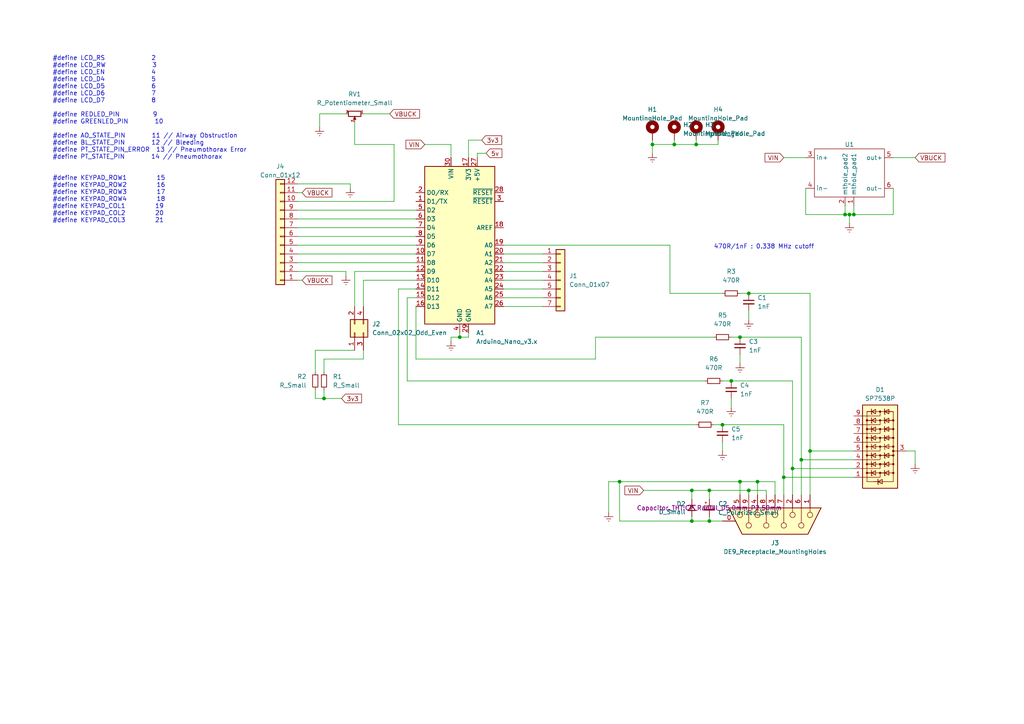
<source format=kicad_sch>
(kicad_sch (version 20230121) (generator eeschema)
  (paper "A4")
  (lib_symbols
    (symbol "Connector:DE9_Receptacle_MountingHoles" (pin_names (offset 1.016) hide)
      (property "Reference" "J" (at 0 16.51 0))
      (property "Value" "DE9_Receptacle_MountingHoles" (at 0 14.605 0))
      (symbol "DE9_Receptacle_MountingHoles_0_1"
        (circle (center -1.778 -10.16) (radius 0.762))
        (circle (center -1.778 -5.08) (radius 0.762))
        (circle (center -1.778 0) (radius 0.762))
        (circle (center -1.778 5.08) (radius 0.762))
        (circle (center -1.778 10.16) (radius 0.762))
        (polyline (pts (xy -3.81 -10.16) (xy -2.54 -10.16)))
        (polyline (pts (xy -3.81 -7.62) (xy 0.508 -7.62)))
        (polyline (pts (xy -3.81 -5.08) (xy -2.54 -5.08)))
        (polyline (pts (xy -3.81 -2.54) (xy 0.508 -2.54)))
        (polyline (pts (xy -3.81 0) (xy -2.54 0)))
        (polyline (pts (xy -3.81 2.54) (xy 0.508 2.54)))
        (polyline (pts (xy -3.81 5.08) (xy -2.54 5.08)))
        (polyline (pts (xy -3.81 7.62) (xy 0.508 7.62)))
        (polyline (pts (xy -3.81 10.16) (xy -2.54 10.16)))
        (polyline (pts (xy -3.81 13.335) (xy -3.81 -13.335) (xy 3.81 -9.525) (xy 3.81 9.525) (xy -3.81 13.335)) (stroke (width 0.254)) (fill (type background)))
        (circle (center 1.27 -7.62) (radius 0.762))
        (circle (center 1.27 -2.54) (radius 0.762))
        (circle (center 1.27 2.54) (radius 0.762))
        (circle (center 1.27 7.62) (radius 0.762))
      )
      (symbol "DE9_Receptacle_MountingHoles_1_1"
        (pin passive line (at 0 -15.24 90) (length 3.81) (name "PAD") (number "0"))
        (pin passive line (at -7.62 10.16 0) (length 3.81) (name "1") (number "1"))
        (pin passive line (at -7.62 5.08 0) (length 3.81) (name "2") (number "2"))
        (pin passive line (at -7.62 0 0) (length 3.81) (name "3") (number "3"))
        (pin passive line (at -7.62 -5.08 0) (length 3.81) (name "4") (number "4"))
        (pin passive line (at -7.62 -10.16 0) (length 3.81) (name "5") (number "5"))
        (pin passive line (at -7.62 7.62 0) (length 3.81) (name "6") (number "6"))
        (pin passive line (at -7.62 2.54 0) (length 3.81) (name "7") (number "7"))
        (pin passive line (at -7.62 -2.54 0) (length 3.81) (name "8") (number "8"))
        (pin passive line (at -7.62 -7.62 0) (length 3.81) (name "9") (number "9"))
      )
    )
    (symbol "Connector_Generic:Conn_01x07" (pin_names (offset 1.016) hide)
      (property "Reference" "J" (at 0 10.16 0))
      (property "Value" "Conn_01x07" (at 0 -10.16 0))
      (symbol "Conn_01x07_1_1"
        (rectangle (start -1.27 -7.493) (end 0 -7.747) (stroke (width 0.1524)))
        (rectangle (start -1.27 -4.953) (end 0 -5.207) (stroke (width 0.1524)))
        (rectangle (start -1.27 -2.413) (end 0 -2.667) (stroke (width 0.1524)))
        (rectangle (start -1.27 0.127) (end 0 -0.127) (stroke (width 0.1524)))
        (rectangle (start -1.27 2.667) (end 0 2.413) (stroke (width 0.1524)))
        (rectangle (start -1.27 5.207) (end 0 4.953) (stroke (width 0.1524)))
        (rectangle (start -1.27 7.747) (end 0 7.493) (stroke (width 0.1524)))
        (rectangle (start -1.27 8.89) (end 1.27 -8.89) (stroke (width 0.254)) (fill (type background)))
        (pin passive line (at -5.08 7.62 0) (length 3.81) (name "Pin_1") (number "1"))
        (pin passive line (at -5.08 5.08 0) (length 3.81) (name "Pin_2") (number "2"))
        (pin passive line (at -5.08 2.54 0) (length 3.81) (name "Pin_3") (number "3"))
        (pin passive line (at -5.08 0 0) (length 3.81) (name "Pin_4") (number "4"))
        (pin passive line (at -5.08 -2.54 0) (length 3.81) (name "Pin_5") (number "5"))
        (pin passive line (at -5.08 -5.08 0) (length 3.81) (name "Pin_6") (number "6"))
        (pin passive line (at -5.08 -7.62 0) (length 3.81) (name "Pin_7") (number "7"))
      )
    )
    (symbol "Connector_Generic:Conn_01x12" (pin_names (offset 1.016) hide)
      (property "Reference" "J" (at 0 15.24 0))
      (property "Value" "Conn_01x12" (at 0 -17.78 0))
      (symbol "Conn_01x12_1_1"
        (rectangle (start -1.27 -15.113) (end 0 -15.367) (stroke (width 0.1524)))
        (rectangle (start -1.27 -12.573) (end 0 -12.827) (stroke (width 0.1524)))
        (rectangle (start -1.27 -10.033) (end 0 -10.287) (stroke (width 0.1524)))
        (rectangle (start -1.27 -7.493) (end 0 -7.747) (stroke (width 0.1524)))
        (rectangle (start -1.27 -4.953) (end 0 -5.207) (stroke (width 0.1524)))
        (rectangle (start -1.27 -2.413) (end 0 -2.667) (stroke (width 0.1524)))
        (rectangle (start -1.27 0.127) (end 0 -0.127) (stroke (width 0.1524)))
        (rectangle (start -1.27 2.667) (end 0 2.413) (stroke (width 0.1524)))
        (rectangle (start -1.27 5.207) (end 0 4.953) (stroke (width 0.1524)))
        (rectangle (start -1.27 7.747) (end 0 7.493) (stroke (width 0.1524)))
        (rectangle (start -1.27 10.287) (end 0 10.033) (stroke (width 0.1524)))
        (rectangle (start -1.27 12.827) (end 0 12.573) (stroke (width 0.1524)))
        (rectangle (start -1.27 13.97) (end 1.27 -16.51) (stroke (width 0.254)) (fill (type background)))
        (pin passive line (at -5.08 12.7 0) (length 3.81) (name "Pin_1") (number "1"))
        (pin passive line (at -5.08 -10.16 0) (length 3.81) (name "Pin_10") (number "10"))
        (pin passive line (at -5.08 -12.7 0) (length 3.81) (name "Pin_11") (number "11"))
        (pin passive line (at -5.08 -15.24 0) (length 3.81) (name "Pin_12") (number "12"))
        (pin passive line (at -5.08 10.16 0) (length 3.81) (name "Pin_2") (number "2"))
        (pin passive line (at -5.08 7.62 0) (length 3.81) (name "Pin_3") (number "3"))
        (pin passive line (at -5.08 5.08 0) (length 3.81) (name "Pin_4") (number "4"))
        (pin passive line (at -5.08 2.54 0) (length 3.81) (name "Pin_5") (number "5"))
        (pin passive line (at -5.08 0 0) (length 3.81) (name "Pin_6") (number "6"))
        (pin passive line (at -5.08 -2.54 0) (length 3.81) (name "Pin_7") (number "7"))
        (pin passive line (at -5.08 -5.08 0) (length 3.81) (name "Pin_8") (number "8"))
        (pin passive line (at -5.08 -7.62 0) (length 3.81) (name "Pin_9") (number "9"))
      )
    )
    (symbol "Connector_Generic:Conn_02x02_Odd_Even" (pin_names (offset 1.016) hide)
      (property "Reference" "J" (at 1.27 2.54 0))
      (property "Value" "Conn_02x02_Odd_Even" (at 1.27 -5.08 0))
      (symbol "Conn_02x02_Odd_Even_1_1"
        (rectangle (start -1.27 -2.413) (end 0 -2.667) (stroke (width 0.1524)))
        (rectangle (start -1.27 0.127) (end 0 -0.127) (stroke (width 0.1524)))
        (rectangle (start -1.27 1.27) (end 3.81 -3.81) (stroke (width 0.254)) (fill (type background)))
        (rectangle (start 3.81 -2.413) (end 2.54 -2.667) (stroke (width 0.1524)))
        (rectangle (start 3.81 0.127) (end 2.54 -0.127) (stroke (width 0.1524)))
        (pin passive line (at -5.08 0 0) (length 3.81) (name "Pin_1") (number "1"))
        (pin passive line (at 7.62 0 180) (length 3.81) (name "Pin_2") (number "2"))
        (pin passive line (at -5.08 -2.54 0) (length 3.81) (name "Pin_3") (number "3"))
        (pin passive line (at 7.62 -2.54 180) (length 3.81) (name "Pin_4") (number "4"))
      )
    )
    (symbol "Device:C_Polarized_Small" (pin_numbers hide) (pin_names (offset 0.254) hide)
      (property "Reference" "C" (at 0.254 1.778 0))
      (property "Value" "C_Polarized_Small" (at 0.254 -2.032 0))
      (symbol "C_Polarized_Small_0_1"
        (rectangle (start -1.524 -0.3048) (end 1.524 -0.6858) (fill (type outline)))
        (rectangle (start -1.524 0.6858) (end 1.524 0.3048))
        (polyline (pts (xy -1.27 1.524) (xy -0.762 1.524)))
        (polyline (pts (xy -1.016 1.27) (xy -1.016 1.778)))
      )
      (symbol "C_Polarized_Small_1_1"
        (pin passive line (at 0 2.54 270) (length 1.8542) (name "~") (number "1"))
        (pin passive line (at 0 -2.54 90) (length 1.8542) (name "~") (number "2"))
      )
    )
    (symbol "Device:C_Small" (pin_numbers hide) (pin_names (offset 0.254) hide)
      (property "Reference" "C" (at 0.254 1.778 0))
      (property "Value" "C_Small" (at 0.254 -2.032 0))
      (symbol "C_Small_0_1"
        (polyline (pts (xy -1.524 -0.508) (xy 1.524 -0.508)) (stroke (width 0.3302)))
        (polyline (pts (xy -1.524 0.508) (xy 1.524 0.508)) (stroke (width 0.3048)))
      )
      (symbol "C_Small_1_1"
        (pin passive line (at 0 2.54 270) (length 2.032) (name "~") (number "1"))
        (pin passive line (at 0 -2.54 90) (length 2.032) (name "~") (number "2"))
      )
    )
    (symbol "Device:D_Small" (pin_numbers hide) (pin_names (offset 0.254) hide)
      (property "Reference" "D" (at -1.27 2.032 0))
      (property "Value" "D_Small" (at -3.81 -2.032 0))
      (symbol "D_Small_0_1"
        (polyline (pts (xy -0.762 -1.016) (xy -0.762 1.016)) (stroke (width 0.254)))
        (polyline (pts (xy -0.762 0) (xy 0.762 0)))
        (polyline (pts (xy 0.762 -1.016) (xy -0.762 0) (xy 0.762 1.016) (xy 0.762 -1.016)) (stroke (width 0.254)))
      )
      (symbol "D_Small_1_1"
        (pin passive line (at -2.54 0 0) (length 1.778) (name "K") (number "1"))
        (pin passive line (at 2.54 0 180) (length 1.778) (name "A") (number "2"))
      )
    )
    (symbol "Device:R_Potentiometer_Small" (pin_names (offset 1.016) hide)
      (property "Reference" "RV" (at -4.445 0 90))
      (property "Value" "R_Potentiometer_Small" (at -2.54 0 90))
      (symbol "R_Potentiometer_Small_0_1"
        (polyline (pts (xy 0.889 0) (xy 0.635 0) (xy 1.651 0.381) (xy 1.651 -0.381) (xy 0.635 0) (xy 0.889 0)) (fill (type outline)))
        (rectangle (start 0.762 1.8034) (end -0.762 -1.8034) (stroke (width 0.254)))
      )
      (symbol "R_Potentiometer_Small_1_1"
        (pin passive line (at 0 2.54 270) (length 0.635) (name "1") (number "1"))
        (pin passive line (at 2.54 0 180) (length 0.9906) (name "2") (number "2"))
        (pin passive line (at 0 -2.54 90) (length 0.635) (name "3") (number "3"))
      )
    )
    (symbol "Device:R_Small" (pin_numbers hide) (pin_names (offset 0.254) hide)
      (property "Reference" "R" (at 0.762 0.508 0))
      (property "Value" "R_Small" (at 0.762 -1.016 0))
      (symbol "R_Small_0_1"
        (rectangle (start -0.762 1.778) (end 0.762 -1.778) (stroke (width 0.2032)))
      )
      (symbol "R_Small_1_1"
        (pin passive line (at 0 2.54 270) (length 0.762) (name "~") (number "1"))
        (pin passive line (at 0 -2.54 90) (length 0.762) (name "~") (number "2"))
      )
    )
    (symbol "MCU_Module:Arduino_Nano_v3.x"
      (property "Reference" "A" (at -10.16 23.495 0))
      (property "Value" "Arduino_Nano_v3.x" (at 5.08 -24.13 0))
      (symbol "Arduino_Nano_v3.x_0_1"
        (rectangle (start -10.16 22.86) (end 10.16 -22.86) (stroke (width 0.254)) (fill (type background)))
      )
      (symbol "Arduino_Nano_v3.x_1_1"
        (pin bidirectional line (at -12.7 12.7 0) (length 2.54) (name "D1/TX") (number "1"))
        (pin bidirectional line (at -12.7 -2.54 0) (length 2.54) (name "D7") (number "10"))
        (pin bidirectional line (at -12.7 -5.08 0) (length 2.54) (name "D8") (number "11"))
        (pin bidirectional line (at -12.7 -7.62 0) (length 2.54) (name "D9") (number "12"))
        (pin bidirectional line (at -12.7 -10.16 0) (length 2.54) (name "D10") (number "13"))
        (pin bidirectional line (at -12.7 -12.7 0) (length 2.54) (name "D11") (number "14"))
        (pin bidirectional line (at -12.7 -15.24 0) (length 2.54) (name "D12") (number "15"))
        (pin bidirectional line (at -12.7 -17.78 0) (length 2.54) (name "D13") (number "16"))
        (pin power_out line (at 2.54 25.4 270) (length 2.54) (name "3V3") (number "17"))
        (pin input line (at 12.7 5.08 180) (length 2.54) (name "AREF") (number "18"))
        (pin bidirectional line (at 12.7 0 180) (length 2.54) (name "A0") (number "19"))
        (pin bidirectional line (at -12.7 15.24 0) (length 2.54) (name "D0/RX") (number "2"))
        (pin bidirectional line (at 12.7 -2.54 180) (length 2.54) (name "A1") (number "20"))
        (pin bidirectional line (at 12.7 -5.08 180) (length 2.54) (name "A2") (number "21"))
        (pin bidirectional line (at 12.7 -7.62 180) (length 2.54) (name "A3") (number "22"))
        (pin bidirectional line (at 12.7 -10.16 180) (length 2.54) (name "A4") (number "23"))
        (pin bidirectional line (at 12.7 -12.7 180) (length 2.54) (name "A5") (number "24"))
        (pin bidirectional line (at 12.7 -15.24 180) (length 2.54) (name "A6") (number "25"))
        (pin bidirectional line (at 12.7 -17.78 180) (length 2.54) (name "A7") (number "26"))
        (pin power_out line (at 5.08 25.4 270) (length 2.54) (name "+5V") (number "27"))
        (pin input line (at 12.7 15.24 180) (length 2.54) (name "~{RESET}") (number "28"))
        (pin power_in line (at 2.54 -25.4 90) (length 2.54) (name "GND") (number "29"))
        (pin input line (at 12.7 12.7 180) (length 2.54) (name "~{RESET}") (number "3"))
        (pin power_in line (at -2.54 25.4 270) (length 2.54) (name "VIN") (number "30"))
        (pin power_in line (at 0 -25.4 90) (length 2.54) (name "GND") (number "4"))
        (pin bidirectional line (at -12.7 10.16 0) (length 2.54) (name "D2") (number "5"))
        (pin bidirectional line (at -12.7 7.62 0) (length 2.54) (name "D3") (number "6"))
        (pin bidirectional line (at -12.7 5.08 0) (length 2.54) (name "D4") (number "7"))
        (pin bidirectional line (at -12.7 2.54 0) (length 2.54) (name "D5") (number "8"))
        (pin bidirectional line (at -12.7 0 0) (length 2.54) (name "D6") (number "9"))
      )
    )
    (symbol "Mechanical:MountingHole_Pad" (pin_numbers hide) (pin_names (offset 1.016) hide)
      (property "Reference" "H" (at 0 6.35 0))
      (property "Value" "MountingHole_Pad" (at 0 4.445 0))
      (symbol "MountingHole_Pad_0_1"
        (circle (center 0 1.27) (radius 1.27) (stroke (width 1.27)))
      )
      (symbol "MountingHole_Pad_1_1"
        (pin input line (at 0 -2.54 90) (length 2.54) (name "1") (number "1"))
      )
    )
    (symbol "Power_Protection:SP7538P" (pin_names hide)
      (property "Reference" "D" (at 13.97 2.54 0))
      (property "Value" "SP7538P" (at 13.97 0.635 0))
      (symbol "SP7538P_0_0"
        (pin passive line (at 0 -7.62 90) (length 2.54) (name "A") (number "3"))
      )
      (symbol "SP7538P_0_1"
        (rectangle (start -10.795 5.08) (end 13.335 -5.08) (stroke (width 0.254)) (fill (type background)))
        (circle (center -6.35 -3.81) (radius 0.254) (fill (type outline)))
        (circle (center -6.35 0) (radius 0.254) (fill (type outline)))
        (circle (center -6.35 3.81) (radius 0.254) (fill (type outline)))
        (circle (center -3.81 -3.81) (radius 0.254) (fill (type outline)))
        (circle (center -3.81 0) (radius 0.254) (fill (type outline)))
        (circle (center -3.81 3.81) (radius 0.254) (fill (type outline)))
        (circle (center -1.27 -3.81) (radius 0.254) (fill (type outline)))
        (circle (center -1.27 0) (radius 0.254) (fill (type outline)))
        (circle (center -1.27 3.81) (radius 0.254) (fill (type outline)))
        (circle (center 0 -3.81) (radius 0.254) (fill (type outline)))
        (polyline (pts (xy -8.89 0.635) (xy -8.89 -3.81)))
        (polyline (pts (xy -8.89 1.905) (xy -8.89 0.635)))
        (polyline (pts (xy -8.89 3.81) (xy -8.89 0.635)))
        (polyline (pts (xy -6.35 -3.81) (xy -8.89 -3.81)))
        (polyline (pts (xy -6.35 0) (xy -6.35 -1.27)))
        (polyline (pts (xy -6.35 2.54) (xy -6.35 -1.27)))
        (polyline (pts (xy -6.35 3.81) (xy -6.35 2.54)))
        (polyline (pts (xy -6.35 3.81) (xy -6.35 2.54)))
        (polyline (pts (xy -3.81 0) (xy -3.81 -1.27)))
        (polyline (pts (xy -3.81 2.54) (xy -3.81 -1.27)))
        (polyline (pts (xy -3.81 3.81) (xy -3.81 2.54)))
        (polyline (pts (xy -3.81 3.81) (xy -3.81 2.54)))
        (polyline (pts (xy -1.27 0) (xy -1.27 -1.27)))
        (polyline (pts (xy -1.27 2.54) (xy -1.27 -1.27)))
        (polyline (pts (xy -1.27 3.81) (xy -1.27 2.54)))
        (polyline (pts (xy -1.27 3.81) (xy -1.27 2.54)))
        (polyline (pts (xy 0 -5.08) (xy 0 -3.81)))
        (polyline (pts (xy 1.27 -3.81) (xy 1.27 2.54)))
        (polyline (pts (xy 1.27 3.81) (xy 1.27 2.54)))
        (polyline (pts (xy 1.905 -1.27) (xy 2.032 -1.27)))
        (polyline (pts (xy 1.905 2.54) (xy 2.032 2.54)))
        (polyline (pts (xy 3.81 2.54) (xy 3.81 -1.27)))
        (polyline (pts (xy 3.81 3.81) (xy 3.81 2.54)))
        (polyline (pts (xy 6.35 2.54) (xy 6.35 -1.27)))
        (polyline (pts (xy 6.35 3.81) (xy 6.35 2.54)))
        (polyline (pts (xy 6.35 3.81) (xy 6.35 2.54)))
        (polyline (pts (xy 8.89 2.54) (xy 8.89 -1.27)))
        (polyline (pts (xy 8.89 3.81) (xy 8.89 2.54)))
        (polyline (pts (xy 8.89 3.81) (xy 8.89 2.54)))
        (polyline (pts (xy 11.43 2.54) (xy 11.43 -1.27)))
        (polyline (pts (xy 11.43 3.81) (xy -8.89 3.81)))
        (polyline (pts (xy 11.43 3.81) (xy 11.43 2.54)))
        (polyline (pts (xy 11.43 3.81) (xy 11.43 2.54)))
        (polyline (pts (xy -7.62 5.08) (xy -7.62 0) (xy -6.35 0)))
        (polyline (pts (xy -6.35 -1.27) (xy -6.35 -3.81) (xy -3.81 -3.81)))
        (polyline (pts (xy -5.08 5.08) (xy -5.08 0) (xy -3.81 0)))
        (polyline (pts (xy -3.81 -1.27) (xy -3.81 -3.81) (xy -1.27 -3.81)))
        (polyline (pts (xy -2.54 5.08) (xy -2.54 0) (xy -1.27 0)))
        (polyline (pts (xy 0 5.08) (xy 0 0) (xy 1.27 0)))
        (polyline (pts (xy 1.905 -1.27) (xy 0.508 -1.27) (xy 0.508 -1.524)))
        (polyline (pts (xy 1.905 2.54) (xy 0.508 2.54) (xy 0.508 2.286)))
        (polyline (pts (xy 2.54 5.08) (xy 2.54 0) (xy 3.81 0)))
        (polyline (pts (xy 5.08 5.08) (xy 5.08 0) (xy 6.35 0)))
        (polyline (pts (xy 6.35 -1.27) (xy 6.35 -3.81) (xy 3.81 -3.81)))
        (polyline (pts (xy 6.35 -1.27) (xy 6.35 -3.81) (xy 3.81 -3.81)))
        (polyline (pts (xy 7.62 5.08) (xy 7.62 0) (xy 8.89 0)))
        (polyline (pts (xy 8.89 -1.27) (xy 8.89 -3.81) (xy 6.35 -3.81)))
        (polyline (pts (xy 8.89 -1.27) (xy 8.89 -3.81) (xy 6.35 -3.81)))
        (polyline (pts (xy 10.16 5.08) (xy 10.16 0) (xy 11.43 0)))
        (polyline (pts (xy 11.43 -1.27) (xy 11.43 -3.81) (xy 8.89 -3.81)))
        (polyline (pts (xy 11.43 -1.27) (xy 11.43 -3.81) (xy 8.89 -3.81)))
        (polyline (pts (xy -9.652 0.381) (xy -9.652 0.635) (xy -8.255 0.635) (xy -8.128 0.635)))
        (polyline (pts (xy -9.652 0.381) (xy -9.652 0.635) (xy -8.255 0.635) (xy -8.128 0.635)))
        (polyline (pts (xy -8.89 0.635) (xy -8.255 -0.635) (xy -9.525 -0.635) (xy -8.89 0.635)))
        (polyline (pts (xy -8.89 0.635) (xy -8.255 -0.635) (xy -9.525 -0.635) (xy -8.89 0.635)))
        (polyline (pts (xy -7.112 -1.524) (xy -7.112 -1.27) (xy -5.715 -1.27) (xy -5.588 -1.27)))
        (polyline (pts (xy -7.112 -1.524) (xy -7.112 -1.27) (xy -5.715 -1.27) (xy -5.588 -1.27)))
        (polyline (pts (xy -7.112 2.286) (xy -7.112 2.54) (xy -5.715 2.54) (xy -5.588 2.54)))
        (polyline (pts (xy -7.112 2.286) (xy -7.112 2.54) (xy -5.715 2.54) (xy -5.588 2.54)))
        (polyline (pts (xy -6.35 -1.27) (xy -5.715 -2.54) (xy -6.985 -2.54) (xy -6.35 -1.27)))
        (polyline (pts (xy -6.35 -1.27) (xy -5.715 -2.54) (xy -6.985 -2.54) (xy -6.35 -1.27)))
        (polyline (pts (xy -6.35 2.54) (xy -5.715 1.27) (xy -6.985 1.27) (xy -6.35 2.54)))
        (polyline (pts (xy -6.35 2.54) (xy -5.715 1.27) (xy -6.985 1.27) (xy -6.35 2.54)))
        (polyline (pts (xy -4.572 -1.524) (xy -4.572 -1.27) (xy -3.175 -1.27) (xy -3.048 -1.27)))
        (polyline (pts (xy -4.572 -1.524) (xy -4.572 -1.27) (xy -3.175 -1.27) (xy -3.048 -1.27)))
        (polyline (pts (xy -4.572 2.286) (xy -4.572 2.54) (xy -3.175 2.54) (xy -3.048 2.54)))
        (polyline (pts (xy -4.572 2.286) (xy -4.572 2.54) (xy -3.175 2.54) (xy -3.048 2.54)))
        (polyline (pts (xy -3.81 -1.27) (xy -3.175 -2.54) (xy -4.445 -2.54) (xy -3.81 -1.27)))
        (polyline (pts (xy -3.81 -1.27) (xy -3.175 -2.54) (xy -4.445 -2.54) (xy -3.81 -1.27)))
        (polyline (pts (xy -3.81 2.54) (xy -3.175 1.27) (xy -4.445 1.27) (xy -3.81 2.54)))
        (polyline (pts (xy -3.81 2.54) (xy -3.175 1.27) (xy -4.445 1.27) (xy -3.81 2.54)))
        (polyline (pts (xy -2.032 -1.524) (xy -2.032 -1.27) (xy -0.635 -1.27) (xy -0.508 -1.27)))
        (polyline (pts (xy -2.032 -1.524) (xy -2.032 -1.27) (xy -0.635 -1.27) (xy -0.508 -1.27)))
        (polyline (pts (xy -2.032 2.286) (xy -2.032 2.54) (xy -0.635 2.54) (xy -0.508 2.54)))
        (polyline (pts (xy -2.032 2.286) (xy -2.032 2.54) (xy -0.635 2.54) (xy -0.508 2.54)))
        (polyline (pts (xy -1.27 -1.27) (xy -1.27 -3.81) (xy 3.81 -3.81) (xy 3.81 -1.27)))
        (polyline (pts (xy -1.27 -1.27) (xy -1.27 -3.81) (xy 3.81 -3.81) (xy 3.81 -1.27)))
        (polyline (pts (xy -1.27 -1.27) (xy -0.635 -2.54) (xy -1.905 -2.54) (xy -1.27 -1.27)))
        (polyline (pts (xy -1.27 -1.27) (xy -0.635 -2.54) (xy -1.905 -2.54) (xy -1.27 -1.27)))
        (polyline (pts (xy -1.27 2.54) (xy -0.635 1.27) (xy -1.905 1.27) (xy -1.27 2.54)))
        (polyline (pts (xy -1.27 2.54) (xy -0.635 1.27) (xy -1.905 1.27) (xy -1.27 2.54)))
        (polyline (pts (xy 1.905 -2.54) (xy 0.635 -2.54) (xy 1.27 -1.27) (xy 1.905 -2.54)))
        (polyline (pts (xy 1.905 1.27) (xy 0.635 1.27) (xy 1.27 2.54) (xy 1.905 1.27)))
        (polyline (pts (xy 3.048 -1.524) (xy 3.048 -1.27) (xy 4.445 -1.27) (xy 4.572 -1.27)))
        (polyline (pts (xy 3.048 -1.524) (xy 3.048 -1.27) (xy 4.445 -1.27) (xy 4.572 -1.27)))
        (polyline (pts (xy 3.048 2.286) (xy 3.048 2.54) (xy 4.445 2.54) (xy 4.572 2.54)))
        (polyline (pts (xy 3.048 2.286) (xy 3.048 2.54) (xy 4.445 2.54) (xy 4.572 2.54)))
        (polyline (pts (xy 3.81 -1.27) (xy 3.175 -2.54) (xy 4.445 -2.54) (xy 3.81 -1.27)))
        (polyline (pts (xy 3.81 -1.27) (xy 3.175 -2.54) (xy 4.445 -2.54) (xy 3.81 -1.27)))
        (polyline (pts (xy 3.81 2.54) (xy 3.175 1.27) (xy 4.445 1.27) (xy 3.81 2.54)))
        (polyline (pts (xy 3.81 2.54) (xy 3.175 1.27) (xy 4.445 1.27) (xy 3.81 2.54)))
        (polyline (pts (xy 5.588 -1.524) (xy 5.588 -1.27) (xy 6.985 -1.27) (xy 7.112 -1.27)))
        (polyline (pts (xy 5.588 -1.524) (xy 5.588 -1.27) (xy 6.985 -1.27) (xy 7.112 -1.27)))
        (polyline (pts (xy 5.588 2.286) (xy 5.588 2.54) (xy 6.985 2.54) (xy 7.112 2.54)))
        (polyline (pts (xy 5.588 2.286) (xy 5.588 2.54) (xy 6.985 2.54) (xy 7.112 2.54)))
        (polyline (pts (xy 6.35 -1.27) (xy 5.715 -2.54) (xy 6.985 -2.54) (xy 6.35 -1.27)))
        (polyline (pts (xy 6.35 -1.27) (xy 5.715 -2.54) (xy 6.985 -2.54) (xy 6.35 -1.27)))
        (polyline (pts (xy 6.35 2.54) (xy 5.715 1.27) (xy 6.985 1.27) (xy 6.35 2.54)))
        (polyline (pts (xy 6.35 2.54) (xy 5.715 1.27) (xy 6.985 1.27) (xy 6.35 2.54)))
        (polyline (pts (xy 8.128 -1.524) (xy 8.128 -1.27) (xy 9.525 -1.27) (xy 9.652 -1.27)))
        (polyline (pts (xy 8.128 -1.524) (xy 8.128 -1.27) (xy 9.525 -1.27) (xy 9.652 -1.27)))
        (polyline (pts (xy 8.128 2.286) (xy 8.128 2.54) (xy 9.525 2.54) (xy 9.652 2.54)))
        (polyline (pts (xy 8.128 2.286) (xy 8.128 2.54) (xy 9.525 2.54) (xy 9.652 2.54)))
        (polyline (pts (xy 8.89 -1.27) (xy 8.255 -2.54) (xy 9.525 -2.54) (xy 8.89 -1.27)))
        (polyline (pts (xy 8.89 -1.27) (xy 8.255 -2.54) (xy 9.525 -2.54) (xy 8.89 -1.27)))
        (polyline (pts (xy 8.89 2.54) (xy 8.255 1.27) (xy 9.525 1.27) (xy 8.89 2.54)))
        (polyline (pts (xy 8.89 2.54) (xy 8.255 1.27) (xy 9.525 1.27) (xy 8.89 2.54)))
        (polyline (pts (xy 10.668 -1.524) (xy 10.668 -1.27) (xy 12.065 -1.27) (xy 12.192 -1.27)))
        (polyline (pts (xy 10.668 -1.524) (xy 10.668 -1.27) (xy 12.065 -1.27) (xy 12.192 -1.27)))
        (polyline (pts (xy 10.668 2.286) (xy 10.668 2.54) (xy 12.065 2.54) (xy 12.192 2.54)))
        (polyline (pts (xy 10.668 2.286) (xy 10.668 2.54) (xy 12.065 2.54) (xy 12.192 2.54)))
        (polyline (pts (xy 11.43 -1.27) (xy 10.795 -2.54) (xy 12.065 -2.54) (xy 11.43 -1.27)))
        (polyline (pts (xy 11.43 -1.27) (xy 10.795 -2.54) (xy 12.065 -2.54) (xy 11.43 -1.27)))
        (polyline (pts (xy 11.43 2.54) (xy 10.795 1.27) (xy 12.065 1.27) (xy 11.43 2.54)))
        (polyline (pts (xy 11.43 2.54) (xy 10.795 1.27) (xy 12.065 1.27) (xy 11.43 2.54)))
        (circle (center 1.27 -3.81) (radius 0.254) (fill (type outline)))
        (circle (center 1.27 0) (radius 0.254) (fill (type outline)))
        (circle (center 1.27 3.81) (radius 0.254) (fill (type outline)))
        (circle (center 3.81 -3.81) (radius 0.254) (fill (type outline)))
        (circle (center 3.81 0) (radius 0.254) (fill (type outline)))
        (circle (center 3.81 3.81) (radius 0.254) (fill (type outline)))
        (circle (center 6.35 -3.81) (radius 0.254) (fill (type outline)))
        (circle (center 6.35 0) (radius 0.254) (fill (type outline)))
        (circle (center 6.35 3.81) (radius 0.254) (fill (type outline)))
        (circle (center 8.89 -3.81) (radius 0.254) (fill (type outline)))
        (circle (center 8.89 0) (radius 0.254) (fill (type outline)))
        (circle (center 8.89 3.81) (radius 0.254) (fill (type outline)))
        (circle (center 11.43 0) (radius 0.254) (fill (type outline)))
      )
      (symbol "SP7538P_1_1"
        (pin passive line (at -7.62 7.62 270) (length 2.54) (name "K1") (number "1"))
        (pin passive line (at -5.08 7.62 270) (length 2.54) (name "K2") (number "2"))
        (pin passive line (at -2.54 7.62 270) (length 2.54) (name "K3") (number "4"))
        (pin passive line (at 0 7.62 270) (length 2.54) (name "K4") (number "5"))
        (pin passive line (at 2.54 7.62 270) (length 2.54) (name "K5") (number "6"))
        (pin passive line (at 5.08 7.62 270) (length 2.54) (name "K6") (number "7"))
        (pin passive line (at 7.62 7.62 270) (length 2.54) (name "K7") (number "8"))
        (pin passive line (at 10.16 7.62 270) (length 2.54) (name "K8") (number "9"))
      )
    )
    (symbol "fsaev_lib:LM2596_DCDC_dboard"
      (property "Reference" "U" (at 0 0 0))
      (symbol "LM2596_DCDC_dboard_0_1"
        (rectangle (start -10.16 10.16) (end 10.16 -3.81))
      )
      (symbol "LM2596_DCDC_dboard_1_1"
        (pin passive line (at 1.27 -6.35 90) (length 2.54) (name "mthole_pad1") (number "1"))
        (pin passive line (at -1.27 -6.35 90) (length 2.54) (name "mthole_pad2") (number "2"))
        (pin power_in line (at -12.7 7.62 0) (length 2.54) (name "in+") (number "3"))
        (pin power_in line (at -12.7 -1.27 0) (length 2.54) (name "in-") (number "4"))
        (pin power_out line (at 12.7 7.62 180) (length 2.54) (name "out+") (number "5"))
        (pin power_out line (at 12.7 -1.27 180) (length 2.54) (name "out-") (number "6"))
      )
    )
    (symbol "power:Earth" (power) (pin_names (offset 0))
      (symbol "Earth_0_1"
        (polyline (pts (xy -0.635 -1.905) (xy 0.635 -1.905)))
        (polyline (pts (xy -0.127 -2.54) (xy 0.127 -2.54)))
        (polyline (pts (xy 0 -1.27) (xy 0 0)))
        (polyline (pts (xy 1.27 -1.27) (xy -1.27 -1.27)))
      )
      (symbol "Earth_1_1"
        (pin power_in line (at 0 0 270) (length 0) hide (name "Earth") (number "1"))
      )
    )
  )
  (junction (at 232.41 133.35))
  (junction (at 247.65 62.23))
  (junction (at 214.63 139.7))
  (junction (at 245.11 62.23))
  (junction (at 133.35 97.79))
  (junction (at 195.58 41.91))
  (junction (at 200.66 151.13))
  (junction (at 205.74 142.24))
  (junction (at 205.74 151.13))
  (junction (at 234.95 130.81))
  (junction (at 229.87 135.89))
  (junction (at 201.93 41.91))
  (junction (at 179.705 139.7))
  (junction (at 200.66 142.24))
  (junction (at 217.17 85.09))
  (junction (at 214.63 97.79))
  (junction (at 189.23 41.91))
  (junction (at 217.17 142.24))
  (junction (at 93.98 115.57))
  (junction (at 212.09 110.49))
  (junction (at 209.55 123.19))
  (junction (at 227.33 138.43))
  (junction (at 246.38 62.23))
  (junction (at 219.71 139.7))
  (wire (pts (xy 135.89 96.52) (xy 135.89 97.79)))
  (wire (pts (xy 146.05 78.74) (xy 157.48 78.74)))
  (wire (pts (xy 217.17 90.17) (xy 217.17 92.71)))
  (wire (pts (xy 200.66 142.24) (xy 205.74 142.24)))
  (wire (pts (xy 234.95 130.81) (xy 234.95 143.51)))
  (wire (pts (xy 115.57 83.82) (xy 115.57 123.19)))
  (wire (pts (xy 247.65 62.23) (xy 246.38 62.23)))
  (wire (pts (xy 217.17 85.09) (xy 214.63 85.09)))
  (wire (pts (xy 227.33 138.43) (xy 247.65 138.43)))
  (wire (pts (xy 179.705 151.13) (xy 179.705 139.7)))
  (wire (pts (xy 229.87 135.89) (xy 229.87 143.51)))
  (wire (pts (xy 189.23 41.91) (xy 189.23 44.45)))
  (wire (pts (xy 214.63 97.79) (xy 212.09 97.79)))
  (wire (pts (xy 208.28 41.91) (xy 201.93 41.91)))
  (wire (pts (xy 86.36 53.34) (xy 101.6 53.34)))
  (wire (pts (xy 86.36 76.2) (xy 120.65 76.2)))
  (wire (pts (xy 214.63 97.79) (xy 232.41 97.79)))
  (wire (pts (xy 123.19 41.91) (xy 130.81 41.91)))
  (wire (pts (xy 212.09 110.49) (xy 229.87 110.49)))
  (wire (pts (xy 86.36 68.58) (xy 120.65 68.58)))
  (wire (pts (xy 201.93 41.91) (xy 195.58 41.91)))
  (wire (pts (xy 259.08 54.61) (xy 259.08 62.23)))
  (wire (pts (xy 224.79 143.51) (xy 224.79 139.7)))
  (wire (pts (xy 208.28 40.64) (xy 208.28 41.91)))
  (wire (pts (xy 120.65 81.28) (xy 105.41 81.28)))
  (wire (pts (xy 259.08 45.72) (xy 265.43 45.72)))
  (wire (pts (xy 200.66 142.24) (xy 200.66 144.78)))
  (wire (pts (xy 105.41 33.02) (xy 113.03 33.02)))
  (wire (pts (xy 146.05 73.66) (xy 157.48 73.66)))
  (wire (pts (xy 102.87 41.91) (xy 114.3 41.91)))
  (wire (pts (xy 246.38 62.23) (xy 246.38 64.77)))
  (wire (pts (xy 245.11 62.23) (xy 246.38 62.23)))
  (wire (pts (xy 233.68 62.23) (xy 245.11 62.23)))
  (wire (pts (xy 93.98 104.14) (xy 105.41 104.14)))
  (wire (pts (xy 102.87 35.56) (xy 102.87 41.91)))
  (wire (pts (xy 259.08 62.23) (xy 247.65 62.23)))
  (wire (pts (xy 265.43 130.81) (xy 265.43 134.62)))
  (wire (pts (xy 115.57 123.19) (xy 201.93 123.19)))
  (wire (pts (xy 120.65 104.14) (xy 120.65 88.9)))
  (wire (pts (xy 86.36 78.74) (xy 100.33 78.74)))
  (wire (pts (xy 130.81 97.79) (xy 130.81 99.06)))
  (wire (pts (xy 205.74 149.86) (xy 205.74 151.13)))
  (wire (pts (xy 86.36 73.66) (xy 120.65 73.66)))
  (wire (pts (xy 86.36 55.88) (xy 87.63 55.88)))
  (wire (pts (xy 232.41 133.35) (xy 247.65 133.35)))
  (wire (pts (xy 93.98 115.57) (xy 91.44 115.57)))
  (wire (pts (xy 99.06 115.57) (xy 93.98 115.57)))
  (wire (pts (xy 114.3 41.91) (xy 114.3 58.42)))
  (wire (pts (xy 194.31 85.09) (xy 209.55 85.09)))
  (wire (pts (xy 234.95 130.81) (xy 247.65 130.81)))
  (wire (pts (xy 245.11 59.69) (xy 245.11 62.23)))
  (wire (pts (xy 105.41 81.28) (xy 105.41 88.9)))
  (wire (pts (xy 209.55 128.27) (xy 209.55 130.81)))
  (wire (pts (xy 146.05 88.9) (xy 157.48 88.9)))
  (wire (pts (xy 214.63 102.87) (xy 214.63 105.41)))
  (wire (pts (xy 227.33 45.72) (xy 233.68 45.72)))
  (wire (pts (xy 227.33 138.43) (xy 227.33 143.51)))
  (wire (pts (xy 233.68 54.61) (xy 233.68 62.23)))
  (wire (pts (xy 195.58 41.91) (xy 189.23 41.91)))
  (wire (pts (xy 234.95 85.09) (xy 234.95 130.81)))
  (wire (pts (xy 146.05 83.82) (xy 157.48 83.82)))
  (wire (pts (xy 130.81 41.91) (xy 130.81 45.72)))
  (wire (pts (xy 201.93 40.64) (xy 201.93 41.91)))
  (wire (pts (xy 93.98 115.57) (xy 93.98 113.03)))
  (wire (pts (xy 146.05 86.36) (xy 157.48 86.36)))
  (wire (pts (xy 135.89 45.72) (xy 135.89 40.64)))
  (wire (pts (xy 229.87 135.89) (xy 247.65 135.89)))
  (wire (pts (xy 222.25 143.51) (xy 222.25 142.24)))
  (wire (pts (xy 176.53 139.7) (xy 179.705 139.7)))
  (wire (pts (xy 205.74 142.24) (xy 205.74 144.78)))
  (wire (pts (xy 86.36 81.28) (xy 87.63 81.28)))
  (wire (pts (xy 91.44 101.6) (xy 91.44 107.95)))
  (wire (pts (xy 146.05 81.28) (xy 157.48 81.28)))
  (wire (pts (xy 172.72 97.79) (xy 172.72 104.14)))
  (wire (pts (xy 195.58 40.64) (xy 195.58 41.91)))
  (wire (pts (xy 232.41 97.79) (xy 232.41 133.35)))
  (wire (pts (xy 209.55 123.19) (xy 227.33 123.19)))
  (wire (pts (xy 227.33 123.19) (xy 227.33 138.43)))
  (wire (pts (xy 135.89 40.64) (xy 139.7 40.64)))
  (wire (pts (xy 200.66 149.86) (xy 200.66 151.13)))
  (wire (pts (xy 102.87 88.9) (xy 102.87 78.74)))
  (wire (pts (xy 172.72 104.14) (xy 120.65 104.14)))
  (wire (pts (xy 138.43 45.72) (xy 138.43 44.45)))
  (wire (pts (xy 133.35 96.52) (xy 133.35 97.79)))
  (wire (pts (xy 138.43 44.45) (xy 140.97 44.45)))
  (wire (pts (xy 262.89 130.81) (xy 265.43 130.81)))
  (wire (pts (xy 209.55 151.13) (xy 205.74 151.13)))
  (wire (pts (xy 189.23 40.64) (xy 189.23 41.91)))
  (wire (pts (xy 120.65 83.82) (xy 115.57 83.82)))
  (wire (pts (xy 133.35 97.79) (xy 130.81 97.79)))
  (wire (pts (xy 212.09 115.57) (xy 212.09 118.11)))
  (wire (pts (xy 102.87 78.74) (xy 120.65 78.74)))
  (wire (pts (xy 91.44 115.57) (xy 91.44 113.03)))
  (wire (pts (xy 205.74 142.24) (xy 217.17 142.24)))
  (wire (pts (xy 217.17 142.24) (xy 217.17 143.51)))
  (wire (pts (xy 91.44 101.6) (xy 102.87 101.6)))
  (wire (pts (xy 179.705 151.13) (xy 200.66 151.13)))
  (wire (pts (xy 86.36 66.04) (xy 120.65 66.04)))
  (wire (pts (xy 219.71 139.7) (xy 224.79 139.7)))
  (wire (pts (xy 101.6 53.34) (xy 101.6 54.61)))
  (wire (pts (xy 209.55 123.19) (xy 207.01 123.19)))
  (wire (pts (xy 93.98 104.14) (xy 93.98 107.95)))
  (wire (pts (xy 222.25 142.24) (xy 217.17 142.24)))
  (wire (pts (xy 146.05 71.12) (xy 194.31 71.12)))
  (wire (pts (xy 118.11 110.49) (xy 204.47 110.49)))
  (wire (pts (xy 194.31 71.12) (xy 194.31 85.09)))
  (wire (pts (xy 212.09 110.49) (xy 209.55 110.49)))
  (wire (pts (xy 214.63 139.7) (xy 214.63 143.51)))
  (wire (pts (xy 186.69 142.24) (xy 200.66 142.24)))
  (wire (pts (xy 105.41 104.14) (xy 105.41 101.6)))
  (wire (pts (xy 229.87 110.49) (xy 229.87 135.89)))
  (wire (pts (xy 86.36 58.42) (xy 114.3 58.42)))
  (wire (pts (xy 179.705 139.7) (xy 214.63 139.7)))
  (wire (pts (xy 86.36 71.12) (xy 120.65 71.12)))
  (wire (pts (xy 232.41 133.35) (xy 232.41 143.51)))
  (wire (pts (xy 100.33 78.74) (xy 100.33 80.01)))
  (wire (pts (xy 214.63 139.7) (xy 219.71 139.7)))
  (wire (pts (xy 100.33 33.02) (xy 92.71 33.02)))
  (wire (pts (xy 120.65 86.36) (xy 118.11 86.36)))
  (wire (pts (xy 86.36 60.96) (xy 120.65 60.96)))
  (wire (pts (xy 135.89 97.79) (xy 133.35 97.79)))
  (wire (pts (xy 118.11 110.49) (xy 118.11 86.36)))
  (wire (pts (xy 200.66 151.13) (xy 205.74 151.13)))
  (wire (pts (xy 217.17 85.09) (xy 234.95 85.09)))
  (wire (pts (xy 247.65 59.69) (xy 247.65 62.23)))
  (wire (pts (xy 92.71 33.02) (xy 92.71 36.83)))
  (wire (pts (xy 146.05 76.2) (xy 157.48 76.2)))
  (wire (pts (xy 219.71 139.7) (xy 219.71 143.51)))
  (wire (pts (xy 176.53 139.7) (xy 176.53 148.59)))
  (wire (pts (xy 172.72 97.79) (xy 207.01 97.79)))
  (wire (pts (xy 86.36 63.5) (xy 120.65 63.5)))
  (text "470R/1nF : 0.338 MHz cutoff" (at 207.01 72.39 0) (effects (font (size 1.27 1.27)) (justify left bottom)))
  (text "#define LCD_RS              2\n#define LCD_RW              3\n#define LCD_EN              4\n#define LCD_D4              5\n#define LCD_D5              6\n#define LCD_D6              7\n#define LCD_D7              8\n\n#define REDLED_PIN          9\n#define GREENLED_PIN        10\n\n#define AO_STATE_PIN        11 // Airway Obstruction\n#define BL_STATE_PIN        12 // Bleeding\n#define PT_STATE_PIN_ERROR  13 // Pneumothorax Error\n#define PT_STATE_PIN        14 // Pneumothorax\n\n\n#define KEYPAD_ROW1         15\n#define KEYPAD_ROW2         16\n#define KEYPAD_ROW3         17\n#define KEYPAD_ROW4         18\n#define KEYPAD_COL1         19\n#define KEYPAD_COL2         20\n#define KEYPAD_COL3         21" (at 15.24 64.77 0) (effects (font (size 1.27 1.27)) (justify left bottom)))
  (global_label "5v" (shape input) (at 140.97 44.45 0) (property "Intersheetrefs" "${INTERSHEET_REFS}" (effects hide)))
  (global_label "VIN" (shape input) (at 227.33 45.72 180) (property "Intersheetrefs" "${INTERSHEET_REFS}" (effects hide)))
  (global_label "VBUCK" (shape input) (at 87.63 55.88 0) (property "Intersheetrefs" "${INTERSHEET_REFS}" (effects hide)))
  (global_label "VBUCK" (shape input) (at 113.03 33.02 0) (property "Intersheetrefs" "${INTERSHEET_REFS}" (effects hide)))
  (global_label "3v3" (shape input) (at 99.06 115.57 0) (property "Intersheetrefs" "${INTERSHEET_REFS}" (effects hide)))
  (global_label "VBUCK" (shape input) (at 87.63 81.28 0) (property "Intersheetrefs" "${INTERSHEET_REFS}" (effects hide)))
  (global_label "VBUCK" (shape input) (at 265.43 45.72 0) (property "Intersheetrefs" "${INTERSHEET_REFS}" (effects hide)))
  (global_label "VIN" (shape input) (at 123.19 41.91 180) (property "Intersheetrefs" "${INTERSHEET_REFS}" (effects hide)))
  (global_label "3v3" (shape input) (at 139.7 40.64 0) (property "Intersheetrefs" "${INTERSHEET_REFS}" (effects hide)))
  (global_label "VIN" (shape input) (at 186.69 142.24 180) (property "Intersheetrefs" "${INTERSHEET_REFS}" (effects hide)))
  (symbol (lib_id "power:Earth") (at 265.43 134.62 0) (unit 1)
    (property "Reference" "#PWR09" (effects hide))
    (property "Value" "Earth" (effects hide))
  )
  (symbol (lib_id "Device:R_Small") (at 93.98 110.49 180) (unit 1)
    (property "Reference" "R1" (at 96.52 109.22 0) (effects (justify right)))
    (property "Value" "R_Small" (at 96.52 111.76 0) (effects (justify right)))
    (property "Footprint" "Resistor_SMD:R_0603_1608Metric_Pad0.98x0.95mm_HandSolder" (effects hide))
  )
  (symbol (lib_id "power:Earth") (at 209.55 130.81 0) (mirror y) (unit 1)
    (property "Reference" "#PWR08" (effects hide))
    (property "Value" "Earth" (effects hide))
  )
  (symbol (lib_id "power:Earth") (at 100.33 80.01 0) (unit 1)
    (property "Reference" "#PWR012" (effects hide))
    (property "Value" "Earth" (effects hide))
  )
  (symbol (lib_id "Mechanical:MountingHole_Pad") (at 195.58 38.1 0) (unit 1)
    (property "Reference" "H2" (at 198.12 36.195 0) (effects (justify left)))
    (property "Value" "MountingHole_Pad" (at 198.12 38.735 0) (effects (justify left)))
    (property "Footprint" "MountingHole:MountingHole_3.2mm_M3_ISO7380_Pad" (effects hide))
  )
  (symbol (lib_id "power:Earth") (at 176.53 148.59 0) (unit 1)
    (property "Reference" "#PWR01" (effects hide))
    (property "Value" "Earth" (effects hide))
  )
  (symbol (lib_id "Device:R_Small") (at 204.47 123.19 270) (mirror x) (unit 1)
    (property "Reference" "R7" (at 204.47 116.84 90))
    (property "Value" "470R" (at 204.47 119.38 90))
    (property "Footprint" "Resistor_SMD:R_0603_1608Metric_Pad0.98x0.95mm_HandSolder" (effects hide))
  )
  (symbol (lib_id "Device:C_Small") (at 214.63 100.33 0) (mirror y) (unit 1)
    (property "Reference" "C3" (at 217.17 99.0662 0) (effects (justify right)))
    (property "Value" "1nF" (at 217.17 101.6062 0) (effects (justify right)))
    (property "Footprint" "Capacitor_SMD:C_0805_2012Metric_Pad1.18x1.45mm_HandSolder" (effects hide))
  )
  (symbol (lib_id "power:Earth") (at 214.63 105.41 0) (mirror y) (unit 1)
    (property "Reference" "#PWR06" (effects hide))
    (property "Value" "Earth" (effects hide))
  )
  (symbol (lib_id "power:Earth") (at 130.81 99.06 0) (unit 1)
    (property "Reference" "#PWR02" (effects hide))
    (property "Value" "Earth" (effects hide))
  )
  (symbol (lib_id "Connector_Generic:Conn_01x07") (at 162.56 81.28 0) (unit 1)
    (property "Reference" "J1" (at 165.1 80.01 0) (effects (justify left)))
    (property "Value" "Conn_01x07" (at 165.1 82.55 0) (effects (justify left)))
    (property "Footprint" "Connector_PinHeader_2.54mm:PinHeader_1x07_P2.54mm_Vertical" (effects hide))
  )
  (symbol (lib_id "Mechanical:MountingHole_Pad") (at 189.23 38.1 0) (unit 1)
    (property "Reference" "H1" (at 189.23 31.75 0))
    (property "Value" "MountingHole_Pad" (at 189.23 34.29 0))
    (property "Footprint" "MountingHole:MountingHole_3.2mm_M3_ISO7380_Pad" (effects hide))
  )
  (symbol (lib_id "Device:C_Small") (at 209.55 125.73 0) (mirror y) (unit 1)
    (property "Reference" "C5" (at 212.09 124.4662 0) (effects (justify right)))
    (property "Value" "1nF" (at 212.09 127.0062 0) (effects (justify right)))
    (property "Footprint" "Capacitor_SMD:C_0805_2012Metric_Pad1.18x1.45mm_HandSolder" (effects hide))
  )
  (symbol (lib_id "Connector_Generic:Conn_01x12") (at 81.28 68.58 180) (unit 1)
    (property "Reference" "J4" (at 81.28 48.26 0))
    (property "Value" "Conn_01x12" (at 81.28 50.8 0))
    (property "Footprint" "Connector_PinHeader_2.54mm:PinHeader_1x12_P2.54mm_Vertical" (effects hide))
  )
  (symbol (lib_id "Device:R_Small") (at 209.55 97.79 270) (mirror x) (unit 1)
    (property "Reference" "R5" (at 209.55 91.44 90))
    (property "Value" "470R" (at 209.55 93.98 90))
    (property "Footprint" "Resistor_SMD:R_0603_1608Metric_Pad0.98x0.95mm_HandSolder" (effects hide))
  )
  (symbol (lib_id "Mechanical:MountingHole_Pad") (at 208.28 38.1 0) (unit 1)
    (property "Reference" "H4" (at 208.28 31.75 0))
    (property "Value" "MountingHole_Pad" (at 208.28 34.29 0))
    (property "Footprint" "MountingHole:MountingHole_3.2mm_M3_ISO7380_Pad" (effects hide))
  )
  (symbol (lib_id "power:Earth") (at 212.09 118.11 0) (mirror y) (unit 1)
    (property "Reference" "#PWR07" (effects hide))
    (property "Value" "Earth" (effects hide))
  )
  (symbol (lib_id "Device:C_Small") (at 212.09 113.03 0) (mirror y) (unit 1)
    (property "Reference" "C4" (at 214.63 111.7662 0) (effects (justify right)))
    (property "Value" "1nF" (at 214.63 114.3062 0) (effects (justify right)))
    (property "Footprint" "Capacitor_SMD:C_0805_2012Metric_Pad1.18x1.45mm_HandSolder" (effects hide))
  )
  (symbol (lib_id "Device:R_Small") (at 207.01 110.49 270) (mirror x) (unit 1)
    (property "Reference" "R6" (at 207.01 104.14 90))
    (property "Value" "470R" (at 207.01 106.68 90))
    (property "Footprint" "Resistor_SMD:R_0603_1608Metric_Pad0.98x0.95mm_HandSolder" (effects hide))
  )
  (symbol (lib_id "Device:R_Potentiometer_Small") (at 102.87 33.02 270) (unit 1)
    (property "Reference" "RV1" (at 102.87 27.305 90))
    (property "Value" "R_Potentiometer_Small" (at 102.87 29.845 90))
    (property "Footprint" "Potentiometer_THT:Potentiometer_Bourns_3386F_Vertical" (effects hide))
  )
  (symbol (lib_id "fsaev_lib:LM2596_DCDC_dboard") (at 246.38 53.34 0) (unit 1)
    (property "Reference" "U1" (at 246.38 41.91 0))
    (property "Value" "~" (at 246.38 53.34 0))
    (property "Footprint" "fsaev_lib:LM2596_DCDC_dboard" (effects hide))
  )
  (symbol (lib_id "power:Earth") (at 189.23 44.45 0) (unit 1)
    (property "Reference" "#PWR010" (effects hide))
    (property "Value" "Earth" (effects hide))
  )
  (symbol (lib_id "Connector_Generic:Conn_02x02_Odd_Even") (at 102.87 96.52 90) (unit 1)
    (property "Reference" "J2" (at 107.95 93.98 90) (effects (justify right)))
    (property "Value" "Conn_02x02_Odd_Even" (at 107.95 96.52 90) (effects (justify right)))
    (property "Footprint" "Connector_Molex:Molex_Nano-Fit_105310-xx04_2x02_P2.50mm_Vertical" (effects hide))
  )
  (symbol (lib_id "Device:D_Small") (at 200.66 147.32 270) (unit 1)
    (property "Reference" "D2" (at 198.882 146.1516 90) (effects (justify right)))
    (property "Value" "D_Small" (at 198.882 148.463 90) (effects (justify right)))
    (property "Footprint" "Diode_SMD:D_SOD-123" (effects hide))
  )
  (symbol (lib_id "Mechanical:MountingHole_Pad") (at 201.93 38.1 0) (unit 1)
    (property "Reference" "H3" (at 204.47 36.195 0) (effects (justify left)))
    (property "Value" "MountingHole_Pad" (at 204.47 38.735 0) (effects (justify left)))
    (property "Footprint" "MountingHole:MountingHole_3.2mm_M3_ISO7380_Pad" (effects hide))
  )
  (symbol (lib_id "Device:R_Small") (at 212.09 85.09 270) (mirror x) (unit 1)
    (property "Reference" "R3" (at 212.09 78.74 90))
    (property "Value" "470R" (at 212.09 81.28 90))
    (property "Footprint" "Resistor_SMD:R_0603_1608Metric_Pad0.98x0.95mm_HandSolder" (effects hide))
  )
  (symbol (lib_id "Device:C_Polarized_Small") (at 205.74 147.32 0) (unit 1)
    (property "Reference" "C2" (at 208.28 146.1389 0) (effects (justify left)))
    (property "Value" "C_Polarized_Small" (at 208.28 148.6789 0) (effects (justify left)))
    (property "Footprint" "Capacitor_THT:CP_Radial_D5.0mm_P2.50mm" (at 205.74 147.32 0))
  )
  (symbol (lib_id "Connector:DE9_Receptacle_MountingHoles") (at 224.79 151.13 270) (unit 1)
    (property "Reference" "J3" (at 224.79 157.48 90))
    (property "Value" "DE9_Receptacle_MountingHoles" (at 224.79 160.02 90))
    (property "Footprint" "Connector_Dsub:DSUB-9_Female_Vertical_P2.77x2.84mm_MountingHoles" (effects hide))
    (property "Datasheet" " ~" (effects hide))
  )
  (symbol (lib_id "power:Earth") (at 246.38 64.77 0) (unit 1)
    (property "Reference" "#PWR011" (effects hide))
    (property "Value" "Earth" (effects hide))
  )
  (symbol (lib_id "Device:C_Small") (at 217.17 87.63 0) (mirror y) (unit 1)
    (property "Reference" "C1" (at 219.71 86.3662 0) (effects (justify right)))
    (property "Value" "1nF" (at 219.71 88.9062 0) (effects (justify right)))
    (property "Footprint" "Capacitor_SMD:C_0805_2012Metric_Pad1.18x1.45mm_HandSolder" (effects hide))
  )
  (symbol (lib_id "power:Earth") (at 101.6 54.61 0) (unit 1)
    (property "Reference" "#PWR03" (effects hide))
    (property "Value" "Earth" (effects hide))
  )
  (symbol (lib_id "Device:R_Small") (at 91.44 110.49 180) (unit 1)
    (property "Reference" "R2" (at 88.9 109.22 0) (effects (justify left)))
    (property "Value" "R_Small" (at 88.9 111.76 0) (effects (justify left)))
    (property "Footprint" "Resistor_SMD:R_0603_1608Metric_Pad0.98x0.95mm_HandSolder" (effects hide))
  )
  (symbol (lib_id "power:Earth") (at 92.71 36.83 0) (unit 1)
    (property "Reference" "#PWR05" (effects hide))
    (property "Value" "Earth" (effects hide))
  )
  (symbol (lib_id "Power_Protection:SP7538P") (at 255.27 130.81 90) (unit 1)
    (property "Reference" "D1" (at 255.27 113.03 90))
    (property "Value" "SP7538P" (at 255.27 115.57 90))
    (property "Footprint" "Package_DFN_QFN:UDFN-9_1.0x3.8mm_P0.5mm" (effects hide))
    (property "Datasheet" "https://www.littelfuse.com/~/media/electronics/datasheets/tvs_diode_arrays/littelfuse_tvs_diode_array_sp7538p_datasheet.pdf.pdf" (effects hide))
  )
  (symbol (lib_id "MCU_Module:Arduino_Nano_v3.x") (at 133.35 71.12 0) (unit 1)
    (property "Reference" "A1" (at 138.0841 96.52 0) (effects (justify left)))
    (property "Value" "Arduino_Nano_v3.x" (at 138.0841 99.06 0) (effects (justify left)))
    (property "Footprint" "Module:Arduino_Nano" (effects hide))
    (property "Datasheet" "http://www.mouser.com/pdfdocs/Gravitech_Arduino_Nano3_0.pdf" (effects hide))
  )
  (symbol (lib_id "power:Earth") (at 217.17 92.71 0) (mirror y) (unit 1)
    (property "Reference" "#PWR04" (effects hide))
    (property "Value" "Earth" (effects hide))
  )
)
</source>
